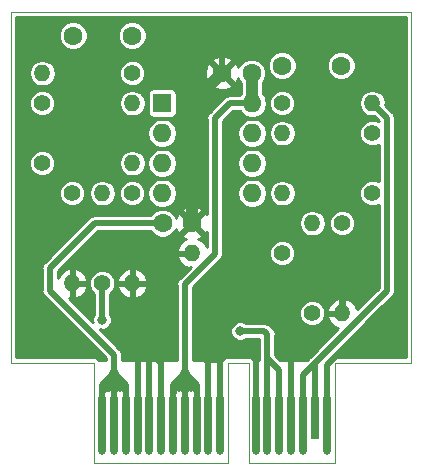
<source format=gbr>
%TF.GenerationSoftware,KiCad,Pcbnew,5.0.2-bee76a0~70~ubuntu16.04.1*%
%TF.CreationDate,2019-06-19T10:20:04+02:00*%
%TF.ProjectId,mixerin_output,6d697865-7269-46e5-9f6f-75747075742e,rev?*%
%TF.SameCoordinates,Original*%
%TF.FileFunction,Copper,L1,Top*%
%TF.FilePolarity,Positive*%
%FSLAX46Y46*%
G04 Gerber Fmt 4.6, Leading zero omitted, Abs format (unit mm)*
G04 Created by KiCad (PCBNEW 5.0.2-bee76a0~70~ubuntu16.04.1) date Mi 19 Jun 2019 10:20:04 CEST*
%MOMM*%
%LPD*%
G01*
G04 APERTURE LIST*
%ADD10C,0.100000*%
%ADD11R,1.600000X1.600000*%
%ADD12O,1.600000X1.600000*%
%ADD13C,0.650000*%
%ADD14R,0.650000X4.600000*%
%ADD15R,0.650000X3.600000*%
%ADD16C,1.400000*%
%ADD17O,1.400000X1.400000*%
%ADD18C,1.600000*%
%ADD19C,0.800000*%
%ADD20C,0.500000*%
%ADD21C,1.000000*%
%ADD22C,0.254000*%
G04 APERTURE END LIST*
D10*
X108915200Y-69850000D02*
X116230400Y-69850000D01*
X108915200Y-61350000D02*
X108915200Y-69850000D01*
X107137200Y-61350000D02*
X108915200Y-61350000D01*
X107137200Y-69850000D02*
X107137200Y-61350000D01*
X122682000Y-31623000D02*
X122682000Y-61350000D01*
X88773000Y-31623000D02*
X122682000Y-31623000D01*
X88773000Y-61350000D02*
X88773000Y-31623000D01*
X95808800Y-61350000D02*
X88773000Y-61350000D01*
X95808800Y-69850000D02*
X95808800Y-61350000D01*
X107111800Y-69850000D02*
X95808800Y-69850000D01*
X116230400Y-61350000D02*
X116230400Y-69850000D01*
X122682000Y-61350000D02*
X116230400Y-61350000D01*
D11*
X101600000Y-39370000D03*
D12*
X109220000Y-46990000D03*
X101600000Y-41910000D03*
X109220000Y-44450000D03*
X101600000Y-44450000D03*
X109220000Y-41910000D03*
X101600000Y-46990000D03*
X109220000Y-39370000D03*
D13*
X97520000Y-68840000D03*
X113520000Y-68840000D03*
X112520000Y-68840000D03*
X111520000Y-68840000D03*
X110520000Y-68840000D03*
X109520000Y-68840000D03*
X96520000Y-68840000D03*
X106520000Y-68840000D03*
X105520000Y-68840000D03*
X104520000Y-68840000D03*
X103520000Y-68840000D03*
X102520000Y-68840000D03*
X101520000Y-68840000D03*
X100520000Y-68840000D03*
X99520000Y-68840000D03*
X98520000Y-68840000D03*
D14*
X110520000Y-66540000D03*
X109520000Y-66540000D03*
X115520000Y-66540000D03*
D15*
X114520000Y-66040000D03*
D14*
X113520000Y-66540000D03*
X112520000Y-66540000D03*
X111520000Y-66540000D03*
X106520000Y-66540000D03*
X105520000Y-66540000D03*
X104520000Y-66540000D03*
X103520000Y-66540000D03*
X102520000Y-66540000D03*
X101520000Y-66540000D03*
X100520000Y-66540000D03*
X99520000Y-66540000D03*
X98520000Y-66540000D03*
X97520000Y-66540000D03*
X96520000Y-66540000D03*
D13*
X115520000Y-68840000D03*
D16*
X96520000Y-54610000D03*
D17*
X96520000Y-46990000D03*
X99060000Y-44450000D03*
D16*
X91440000Y-44450000D03*
D17*
X93980000Y-54610000D03*
D16*
X93980000Y-46990000D03*
X99060000Y-46990000D03*
D17*
X99060000Y-54610000D03*
D16*
X119380000Y-41910000D03*
D17*
X111760000Y-41910000D03*
D16*
X114300000Y-57150000D03*
D17*
X114300000Y-49530000D03*
X111760000Y-46990000D03*
D16*
X119380000Y-46990000D03*
D17*
X116840000Y-57150000D03*
D16*
X116840000Y-49530000D03*
X111760000Y-52070000D03*
D17*
X104140000Y-52070000D03*
D16*
X91440000Y-39370000D03*
D17*
X99060000Y-39370000D03*
D18*
X109180000Y-36830000D03*
X106680000Y-36830000D03*
X101640000Y-49530000D03*
X104140000Y-49530000D03*
X99060000Y-33655000D03*
X94060000Y-33655000D03*
X116760000Y-36195000D03*
X111760000Y-36195000D03*
D17*
X91440000Y-36830000D03*
D16*
X99060000Y-36830000D03*
X111760000Y-39370000D03*
D17*
X119380000Y-39370000D03*
D19*
X103505000Y-62230000D03*
X105410000Y-54610000D03*
X110490000Y-54610000D03*
X100838000Y-54610000D03*
X100520500Y-60960000D03*
X91440000Y-58928000D03*
X97790000Y-52070000D03*
X110520000Y-57404000D03*
X121530011Y-36830000D03*
X120650000Y-33020000D03*
X107950000Y-33020000D03*
X104140000Y-39370000D03*
X90170000Y-49530000D03*
X93980000Y-49530000D03*
X120121060Y-57117444D03*
X119660051Y-53340000D03*
X105520000Y-61104000D03*
X97520000Y-62230000D03*
X96520000Y-57724000D03*
X108204000Y-58674000D03*
D20*
X109220000Y-36870000D02*
X109180000Y-36830000D01*
D21*
X109220000Y-39370000D02*
X109220000Y-36870000D01*
D20*
X103505000Y-54703002D02*
X106045000Y-52163002D01*
X103505000Y-62230000D02*
X103505000Y-54703002D01*
X106045000Y-52163002D02*
X106045000Y-40640000D01*
X107315000Y-39370000D02*
X106045000Y-40640000D01*
X109220000Y-39370000D02*
X107315000Y-39370000D01*
X102520000Y-63215000D02*
X103505000Y-62230000D01*
X102520000Y-66540000D02*
X102520000Y-63215000D01*
X103520000Y-62245000D02*
X103505000Y-62230000D01*
X103520000Y-66540000D02*
X103520000Y-62245000D01*
X104520000Y-63245000D02*
X103505000Y-62230000D01*
X104520000Y-66540000D02*
X104520000Y-63245000D01*
X100520500Y-54927500D02*
X100838000Y-54610000D01*
X99520000Y-66540000D02*
X99520000Y-63294000D01*
X100520000Y-62294000D02*
X100520500Y-62293500D01*
X100520000Y-66540000D02*
X100520000Y-62294000D01*
X101520000Y-66540000D02*
X101520000Y-63293000D01*
X100520500Y-62293500D02*
X100520500Y-60960000D01*
X100520500Y-60960000D02*
X100520500Y-54927500D01*
D21*
X104140000Y-39370000D02*
X104140000Y-49530000D01*
X106680000Y-36830000D02*
X104140000Y-39370000D01*
D20*
X105410000Y-54610000D02*
X110490000Y-54610000D01*
X110520000Y-54640000D02*
X110490000Y-54610000D01*
X115520000Y-63550000D02*
X115520000Y-66540000D01*
X106680000Y-36830000D02*
X106680000Y-34290000D01*
X106680000Y-34290000D02*
X107950000Y-33020000D01*
X107950000Y-33020000D02*
X120650000Y-33020000D01*
X120650000Y-33020000D02*
X121530011Y-33900011D01*
X121530011Y-33900011D02*
X121530011Y-36830000D01*
X90170000Y-49530000D02*
X93980000Y-49530000D01*
X105520000Y-66540000D02*
X105520000Y-62882000D01*
X121530011Y-37395685D02*
X121530011Y-36830000D01*
X121530011Y-55496373D02*
X121530011Y-37395685D01*
X115520000Y-66540000D02*
X115520000Y-61506384D01*
X120015000Y-57011384D02*
X120121060Y-57117444D01*
X115520000Y-61506384D02*
X120015000Y-57011384D01*
X120015000Y-57011384D02*
X121530011Y-55496373D01*
X116840000Y-56160051D02*
X119660051Y-53340000D01*
X116840000Y-57150000D02*
X116840000Y-56160051D01*
X99520000Y-63294000D02*
X99520000Y-61008000D01*
X99568000Y-60960000D02*
X100520500Y-60960000D01*
X99520000Y-61008000D02*
X99568000Y-60960000D01*
X101520000Y-63293000D02*
X101520000Y-61388000D01*
X101092000Y-60960000D02*
X100520500Y-60960000D01*
X101520000Y-61388000D02*
X101092000Y-60960000D01*
X105520000Y-62882000D02*
X105520000Y-61012315D01*
X111760000Y-57404000D02*
X110520000Y-57404000D01*
X112520000Y-58164000D02*
X111760000Y-57404000D01*
X112520000Y-66540000D02*
X112520000Y-58164000D01*
X110490000Y-57374000D02*
X110520000Y-57404000D01*
X110490000Y-54610000D02*
X110490000Y-57374000D01*
X106520000Y-61308000D02*
X106316000Y-61104000D01*
X106316000Y-61104000D02*
X105520000Y-61104000D01*
X106520000Y-66540000D02*
X106520000Y-61308000D01*
X105520000Y-54720000D02*
X105410000Y-54610000D01*
X108595342Y-59690000D02*
X105520000Y-59690000D01*
X109515210Y-60609868D02*
X108595342Y-59690000D01*
X109520000Y-65578000D02*
X109515210Y-65573210D01*
X109520000Y-66540000D02*
X109520000Y-65578000D01*
X105520000Y-61104000D02*
X105520000Y-59690000D01*
X109515210Y-65573210D02*
X109515210Y-60609868D01*
X105520000Y-59690000D02*
X105520000Y-54720000D01*
X96520000Y-63230000D02*
X97520000Y-62230000D01*
X96520000Y-66540000D02*
X96520000Y-63230000D01*
X98520000Y-63230000D02*
X97520000Y-62230000D01*
X98520000Y-66540000D02*
X98520000Y-63230000D01*
X97520000Y-66540000D02*
X97520000Y-62230000D01*
X97520000Y-60690000D02*
X97520000Y-62230000D01*
X101640000Y-49530000D02*
X95885000Y-49530000D01*
X92075000Y-53340000D02*
X92075000Y-55245000D01*
X92075000Y-55245000D02*
X97520000Y-60690000D01*
X95885000Y-49530000D02*
X92075000Y-53340000D01*
D21*
X119410000Y-46960000D02*
X119380000Y-46990000D01*
D20*
X96520000Y-54610000D02*
X96520000Y-57724000D01*
X110520000Y-60990000D02*
X110520000Y-66540000D01*
X111520000Y-66540000D02*
X111520000Y-61990000D01*
X111520000Y-61990000D02*
X110520000Y-60990000D01*
X108204000Y-58674000D02*
X110236000Y-58674000D01*
X110520000Y-58958000D02*
X110520000Y-60990000D01*
X110236000Y-58674000D02*
X110520000Y-58958000D01*
X113520000Y-66540000D02*
X113520000Y-63740000D01*
X120630001Y-40620001D02*
X120630001Y-55264999D01*
X119380000Y-39370000D02*
X120630001Y-40620001D01*
X113520000Y-62375000D02*
X113520000Y-63740000D01*
X114520000Y-66040000D02*
X114520000Y-61375000D01*
X114935000Y-60960000D02*
X113520000Y-62375000D01*
X114520000Y-61375000D02*
X114935000Y-60960000D01*
X120630001Y-55264999D02*
X114935000Y-60960000D01*
D22*
G36*
X122205001Y-60873000D02*
X116277375Y-60873000D01*
X116230400Y-60863656D01*
X116183425Y-60873000D01*
X116044284Y-60900677D01*
X115886503Y-61006103D01*
X115832449Y-61087000D01*
X115765421Y-61087000D01*
X121061564Y-55790859D01*
X121118091Y-55753089D01*
X121169225Y-55676562D01*
X121267721Y-55529152D01*
X121320264Y-55264999D01*
X121307001Y-55198321D01*
X121307001Y-40686677D01*
X121320264Y-40620000D01*
X121301528Y-40525808D01*
X121267721Y-40355849D01*
X121118090Y-40131911D01*
X121061566Y-40094143D01*
X120497281Y-39529859D01*
X120529079Y-39370000D01*
X120441611Y-38930267D01*
X120192522Y-38557478D01*
X119819733Y-38308389D01*
X119490999Y-38243000D01*
X119269001Y-38243000D01*
X118940267Y-38308389D01*
X118567478Y-38557478D01*
X118318389Y-38930267D01*
X118230921Y-39370000D01*
X118318389Y-39809733D01*
X118567478Y-40182522D01*
X118940267Y-40431611D01*
X119269001Y-40497000D01*
X119490999Y-40497000D01*
X119539859Y-40487281D01*
X119953001Y-40900424D01*
X119953001Y-40927489D01*
X119604174Y-40783000D01*
X119155826Y-40783000D01*
X118741606Y-40954576D01*
X118424576Y-41271606D01*
X118253000Y-41685826D01*
X118253000Y-42134174D01*
X118424576Y-42548394D01*
X118741606Y-42865424D01*
X119155826Y-43037000D01*
X119604174Y-43037000D01*
X119953001Y-42892511D01*
X119953001Y-46007489D01*
X119604174Y-45863000D01*
X119155826Y-45863000D01*
X118741606Y-46034576D01*
X118424576Y-46351606D01*
X118253000Y-46765826D01*
X118253000Y-47214174D01*
X118424576Y-47628394D01*
X118741606Y-47945424D01*
X119155826Y-48117000D01*
X119604174Y-48117000D01*
X119953002Y-47972511D01*
X119953002Y-54984575D01*
X118128886Y-56808692D01*
X117906764Y-56347337D01*
X117518396Y-56000203D01*
X117173329Y-55857284D01*
X116967000Y-55980626D01*
X116967000Y-57023000D01*
X116987000Y-57023000D01*
X116987000Y-57277000D01*
X116967000Y-57277000D01*
X116967000Y-57297000D01*
X116713000Y-57297000D01*
X116713000Y-57277000D01*
X115669794Y-57277000D01*
X115547273Y-57483331D01*
X115773236Y-57952663D01*
X116161604Y-58299797D01*
X116498321Y-58439258D01*
X114503441Y-60434138D01*
X114503438Y-60434140D01*
X114088439Y-60849139D01*
X114031911Y-60886910D01*
X113994140Y-60943438D01*
X113850578Y-61087000D01*
X111574422Y-61087000D01*
X111197000Y-60709579D01*
X111197000Y-59024678D01*
X111210263Y-58958000D01*
X111157720Y-58693847D01*
X111045860Y-58526438D01*
X111008089Y-58469910D01*
X110951561Y-58432140D01*
X110761863Y-58242442D01*
X110724090Y-58185910D01*
X110500152Y-58036280D01*
X110302678Y-57997000D01*
X110302676Y-57997000D01*
X110236000Y-57983737D01*
X110169324Y-57997000D01*
X108696555Y-57997000D01*
X108672458Y-57972903D01*
X108368501Y-57847000D01*
X108039499Y-57847000D01*
X107735542Y-57972903D01*
X107502903Y-58205542D01*
X107377000Y-58509499D01*
X107377000Y-58838501D01*
X107502903Y-59142458D01*
X107735542Y-59375097D01*
X108039499Y-59501000D01*
X108368501Y-59501000D01*
X108672458Y-59375097D01*
X108696555Y-59351000D01*
X109843000Y-59351000D01*
X109843001Y-60923319D01*
X109829737Y-60990000D01*
X109843000Y-61056677D01*
X109843000Y-61087000D01*
X109313151Y-61087000D01*
X109259097Y-61006103D01*
X109101316Y-60900677D01*
X108962175Y-60873000D01*
X108915200Y-60863656D01*
X108868225Y-60873000D01*
X107184175Y-60873000D01*
X107137200Y-60863656D01*
X107090225Y-60873000D01*
X106951084Y-60900677D01*
X106793303Y-61006103D01*
X106739249Y-61087000D01*
X104182000Y-61087000D01*
X104182000Y-56925826D01*
X113173000Y-56925826D01*
X113173000Y-57374174D01*
X113344576Y-57788394D01*
X113661606Y-58105424D01*
X114075826Y-58277000D01*
X114524174Y-58277000D01*
X114938394Y-58105424D01*
X115255424Y-57788394D01*
X115427000Y-57374174D01*
X115427000Y-56925826D01*
X115381786Y-56816669D01*
X115547273Y-56816669D01*
X115669794Y-57023000D01*
X116713000Y-57023000D01*
X116713000Y-55980626D01*
X116506671Y-55857284D01*
X116161604Y-56000203D01*
X115773236Y-56347337D01*
X115547273Y-56816669D01*
X115381786Y-56816669D01*
X115255424Y-56511606D01*
X114938394Y-56194576D01*
X114524174Y-56023000D01*
X114075826Y-56023000D01*
X113661606Y-56194576D01*
X113344576Y-56511606D01*
X113173000Y-56925826D01*
X104182000Y-56925826D01*
X104182000Y-54983423D01*
X106476565Y-52688860D01*
X106533089Y-52651092D01*
X106682720Y-52427154D01*
X106722000Y-52229680D01*
X106722000Y-52229679D01*
X106735263Y-52163003D01*
X106722000Y-52096326D01*
X106722000Y-51845826D01*
X110633000Y-51845826D01*
X110633000Y-52294174D01*
X110804576Y-52708394D01*
X111121606Y-53025424D01*
X111535826Y-53197000D01*
X111984174Y-53197000D01*
X112398394Y-53025424D01*
X112715424Y-52708394D01*
X112887000Y-52294174D01*
X112887000Y-51845826D01*
X112715424Y-51431606D01*
X112398394Y-51114576D01*
X111984174Y-50943000D01*
X111535826Y-50943000D01*
X111121606Y-51114576D01*
X110804576Y-51431606D01*
X110633000Y-51845826D01*
X106722000Y-51845826D01*
X106722000Y-49530000D01*
X113150921Y-49530000D01*
X113238389Y-49969733D01*
X113487478Y-50342522D01*
X113860267Y-50591611D01*
X114189001Y-50657000D01*
X114410999Y-50657000D01*
X114739733Y-50591611D01*
X115112522Y-50342522D01*
X115361611Y-49969733D01*
X115449079Y-49530000D01*
X115404489Y-49305826D01*
X115713000Y-49305826D01*
X115713000Y-49754174D01*
X115884576Y-50168394D01*
X116201606Y-50485424D01*
X116615826Y-50657000D01*
X117064174Y-50657000D01*
X117478394Y-50485424D01*
X117795424Y-50168394D01*
X117967000Y-49754174D01*
X117967000Y-49305826D01*
X117795424Y-48891606D01*
X117478394Y-48574576D01*
X117064174Y-48403000D01*
X116615826Y-48403000D01*
X116201606Y-48574576D01*
X115884576Y-48891606D01*
X115713000Y-49305826D01*
X115404489Y-49305826D01*
X115361611Y-49090267D01*
X115112522Y-48717478D01*
X114739733Y-48468389D01*
X114410999Y-48403000D01*
X114189001Y-48403000D01*
X113860267Y-48468389D01*
X113487478Y-48717478D01*
X113238389Y-49090267D01*
X113150921Y-49530000D01*
X106722000Y-49530000D01*
X106722000Y-46990000D01*
X107968962Y-46990000D01*
X108064192Y-47468752D01*
X108335383Y-47874617D01*
X108741248Y-48145808D01*
X109099153Y-48217000D01*
X109340847Y-48217000D01*
X109698752Y-48145808D01*
X110104617Y-47874617D01*
X110375808Y-47468752D01*
X110471038Y-46990000D01*
X110610921Y-46990000D01*
X110698389Y-47429733D01*
X110947478Y-47802522D01*
X111320267Y-48051611D01*
X111649001Y-48117000D01*
X111870999Y-48117000D01*
X112199733Y-48051611D01*
X112572522Y-47802522D01*
X112821611Y-47429733D01*
X112909079Y-46990000D01*
X112821611Y-46550267D01*
X112572522Y-46177478D01*
X112199733Y-45928389D01*
X111870999Y-45863000D01*
X111649001Y-45863000D01*
X111320267Y-45928389D01*
X110947478Y-46177478D01*
X110698389Y-46550267D01*
X110610921Y-46990000D01*
X110471038Y-46990000D01*
X110375808Y-46511248D01*
X110104617Y-46105383D01*
X109698752Y-45834192D01*
X109340847Y-45763000D01*
X109099153Y-45763000D01*
X108741248Y-45834192D01*
X108335383Y-46105383D01*
X108064192Y-46511248D01*
X107968962Y-46990000D01*
X106722000Y-46990000D01*
X106722000Y-44450000D01*
X107968962Y-44450000D01*
X108064192Y-44928752D01*
X108335383Y-45334617D01*
X108741248Y-45605808D01*
X109099153Y-45677000D01*
X109340847Y-45677000D01*
X109698752Y-45605808D01*
X110104617Y-45334617D01*
X110375808Y-44928752D01*
X110471038Y-44450000D01*
X110375808Y-43971248D01*
X110104617Y-43565383D01*
X109698752Y-43294192D01*
X109340847Y-43223000D01*
X109099153Y-43223000D01*
X108741248Y-43294192D01*
X108335383Y-43565383D01*
X108064192Y-43971248D01*
X107968962Y-44450000D01*
X106722000Y-44450000D01*
X106722000Y-41910000D01*
X107968962Y-41910000D01*
X108064192Y-42388752D01*
X108335383Y-42794617D01*
X108741248Y-43065808D01*
X109099153Y-43137000D01*
X109340847Y-43137000D01*
X109698752Y-43065808D01*
X110104617Y-42794617D01*
X110375808Y-42388752D01*
X110471038Y-41910000D01*
X110610921Y-41910000D01*
X110698389Y-42349733D01*
X110947478Y-42722522D01*
X111320267Y-42971611D01*
X111649001Y-43037000D01*
X111870999Y-43037000D01*
X112199733Y-42971611D01*
X112572522Y-42722522D01*
X112821611Y-42349733D01*
X112909079Y-41910000D01*
X112821611Y-41470267D01*
X112572522Y-41097478D01*
X112199733Y-40848389D01*
X111870999Y-40783000D01*
X111649001Y-40783000D01*
X111320267Y-40848389D01*
X110947478Y-41097478D01*
X110698389Y-41470267D01*
X110610921Y-41910000D01*
X110471038Y-41910000D01*
X110375808Y-41431248D01*
X110104617Y-41025383D01*
X109698752Y-40754192D01*
X109340847Y-40683000D01*
X109099153Y-40683000D01*
X108741248Y-40754192D01*
X108335383Y-41025383D01*
X108064192Y-41431248D01*
X107968962Y-41910000D01*
X106722000Y-41910000D01*
X106722000Y-40920421D01*
X107595422Y-40047000D01*
X108196657Y-40047000D01*
X108335383Y-40254617D01*
X108741248Y-40525808D01*
X109099153Y-40597000D01*
X109340847Y-40597000D01*
X109698752Y-40525808D01*
X110104617Y-40254617D01*
X110375808Y-39848752D01*
X110471038Y-39370000D01*
X110426447Y-39145826D01*
X110633000Y-39145826D01*
X110633000Y-39594174D01*
X110804576Y-40008394D01*
X111121606Y-40325424D01*
X111535826Y-40497000D01*
X111984174Y-40497000D01*
X112398394Y-40325424D01*
X112715424Y-40008394D01*
X112887000Y-39594174D01*
X112887000Y-39145826D01*
X112715424Y-38731606D01*
X112398394Y-38414576D01*
X111984174Y-38243000D01*
X111535826Y-38243000D01*
X111121606Y-38414576D01*
X110804576Y-38731606D01*
X110633000Y-39145826D01*
X110426447Y-39145826D01*
X110375808Y-38891248D01*
X110147000Y-38548813D01*
X110147000Y-37598239D01*
X110220200Y-37525039D01*
X110407000Y-37074065D01*
X110407000Y-36585935D01*
X110220200Y-36134961D01*
X110036174Y-35950935D01*
X110533000Y-35950935D01*
X110533000Y-36439065D01*
X110719800Y-36890039D01*
X111064961Y-37235200D01*
X111515935Y-37422000D01*
X112004065Y-37422000D01*
X112455039Y-37235200D01*
X112800200Y-36890039D01*
X112987000Y-36439065D01*
X112987000Y-35950935D01*
X115533000Y-35950935D01*
X115533000Y-36439065D01*
X115719800Y-36890039D01*
X116064961Y-37235200D01*
X116515935Y-37422000D01*
X117004065Y-37422000D01*
X117455039Y-37235200D01*
X117800200Y-36890039D01*
X117987000Y-36439065D01*
X117987000Y-35950935D01*
X117800200Y-35499961D01*
X117455039Y-35154800D01*
X117004065Y-34968000D01*
X116515935Y-34968000D01*
X116064961Y-35154800D01*
X115719800Y-35499961D01*
X115533000Y-35950935D01*
X112987000Y-35950935D01*
X112800200Y-35499961D01*
X112455039Y-35154800D01*
X112004065Y-34968000D01*
X111515935Y-34968000D01*
X111064961Y-35154800D01*
X110719800Y-35499961D01*
X110533000Y-35950935D01*
X110036174Y-35950935D01*
X109875039Y-35789800D01*
X109424065Y-35603000D01*
X108935935Y-35603000D01*
X108484961Y-35789800D01*
X108139800Y-36134961D01*
X108049044Y-36354064D01*
X107933864Y-36075995D01*
X107687745Y-36001861D01*
X106859605Y-36830000D01*
X107687745Y-37658139D01*
X107933864Y-37584005D01*
X108040889Y-37286248D01*
X108139800Y-37525039D01*
X108293001Y-37678240D01*
X108293000Y-38548813D01*
X108196657Y-38693000D01*
X107381676Y-38693000D01*
X107314999Y-38679737D01*
X107248323Y-38693000D01*
X107248322Y-38693000D01*
X107050848Y-38732280D01*
X106826910Y-38881910D01*
X106789138Y-38938440D01*
X105613441Y-40114138D01*
X105556911Y-40151910D01*
X105488285Y-40254617D01*
X105407281Y-40375848D01*
X105354737Y-40640000D01*
X105368001Y-40706681D01*
X105368000Y-48768205D01*
X105147745Y-48701861D01*
X104319605Y-49530000D01*
X105147745Y-50358139D01*
X105368000Y-50291795D01*
X105368000Y-51580419D01*
X105289797Y-51391604D01*
X104942663Y-51003236D01*
X104675236Y-50874481D01*
X104894005Y-50783864D01*
X104968139Y-50537745D01*
X104140000Y-49709605D01*
X103311861Y-50537745D01*
X103385995Y-50783864D01*
X103619015Y-50867620D01*
X103337337Y-51003236D01*
X102990203Y-51391604D01*
X102847284Y-51736671D01*
X102970626Y-51943000D01*
X104013000Y-51943000D01*
X104013000Y-51923000D01*
X104267000Y-51923000D01*
X104267000Y-51943000D01*
X104287000Y-51943000D01*
X104287000Y-52197000D01*
X104267000Y-52197000D01*
X104267000Y-52217000D01*
X104013000Y-52217000D01*
X104013000Y-52197000D01*
X102970626Y-52197000D01*
X102847284Y-52403329D01*
X102990203Y-52748396D01*
X103337337Y-53136764D01*
X103806669Y-53362727D01*
X104006536Y-53244045D01*
X103073441Y-54177140D01*
X103016911Y-54214912D01*
X102867281Y-54438850D01*
X102814737Y-54703002D01*
X102828001Y-54769683D01*
X102828000Y-61087000D01*
X98197000Y-61087000D01*
X98197000Y-60756676D01*
X98210263Y-60690000D01*
X98178126Y-60528438D01*
X98157720Y-60425848D01*
X98008089Y-60201910D01*
X97951562Y-60164140D01*
X96326346Y-58538925D01*
X96355499Y-58551000D01*
X96684501Y-58551000D01*
X96988458Y-58425097D01*
X97221097Y-58192458D01*
X97347000Y-57888501D01*
X97347000Y-57559499D01*
X97221097Y-57255542D01*
X97197000Y-57231445D01*
X97197000Y-55526818D01*
X97475424Y-55248394D01*
X97601785Y-54943331D01*
X97767273Y-54943331D01*
X97993236Y-55412663D01*
X98381604Y-55759797D01*
X98726671Y-55902716D01*
X98933000Y-55779374D01*
X98933000Y-54737000D01*
X99187000Y-54737000D01*
X99187000Y-55779374D01*
X99393329Y-55902716D01*
X99738396Y-55759797D01*
X100126764Y-55412663D01*
X100352727Y-54943331D01*
X100230206Y-54737000D01*
X99187000Y-54737000D01*
X98933000Y-54737000D01*
X97889794Y-54737000D01*
X97767273Y-54943331D01*
X97601785Y-54943331D01*
X97647000Y-54834174D01*
X97647000Y-54385826D01*
X97601786Y-54276669D01*
X97767273Y-54276669D01*
X97889794Y-54483000D01*
X98933000Y-54483000D01*
X98933000Y-53440626D01*
X99187000Y-53440626D01*
X99187000Y-54483000D01*
X100230206Y-54483000D01*
X100352727Y-54276669D01*
X100126764Y-53807337D01*
X99738396Y-53460203D01*
X99393329Y-53317284D01*
X99187000Y-53440626D01*
X98933000Y-53440626D01*
X98726671Y-53317284D01*
X98381604Y-53460203D01*
X97993236Y-53807337D01*
X97767273Y-54276669D01*
X97601786Y-54276669D01*
X97475424Y-53971606D01*
X97158394Y-53654576D01*
X96744174Y-53483000D01*
X96295826Y-53483000D01*
X95881606Y-53654576D01*
X95564576Y-53971606D01*
X95393000Y-54385826D01*
X95393000Y-54834174D01*
X95564576Y-55248394D01*
X95843000Y-55526818D01*
X95843001Y-57231444D01*
X95818903Y-57255542D01*
X95693000Y-57559499D01*
X95693000Y-57888501D01*
X95705076Y-57917654D01*
X93673875Y-55886454D01*
X93853000Y-55779374D01*
X93853000Y-54737000D01*
X94107000Y-54737000D01*
X94107000Y-55779374D01*
X94313329Y-55902716D01*
X94658396Y-55759797D01*
X95046764Y-55412663D01*
X95272727Y-54943331D01*
X95150206Y-54737000D01*
X94107000Y-54737000D01*
X93853000Y-54737000D01*
X93833000Y-54737000D01*
X93833000Y-54483000D01*
X93853000Y-54483000D01*
X93853000Y-53440626D01*
X94107000Y-53440626D01*
X94107000Y-54483000D01*
X95150206Y-54483000D01*
X95272727Y-54276669D01*
X95046764Y-53807337D01*
X94658396Y-53460203D01*
X94313329Y-53317284D01*
X94107000Y-53440626D01*
X93853000Y-53440626D01*
X93646671Y-53317284D01*
X93301604Y-53460203D01*
X92913236Y-53807337D01*
X92752000Y-54142229D01*
X92752000Y-53620421D01*
X96165422Y-50207000D01*
X100592328Y-50207000D01*
X100599800Y-50225039D01*
X100944961Y-50570200D01*
X101395935Y-50757000D01*
X101884065Y-50757000D01*
X102335039Y-50570200D01*
X102680200Y-50225039D01*
X102770956Y-50005936D01*
X102886136Y-50284005D01*
X103132255Y-50358139D01*
X103960395Y-49530000D01*
X103132255Y-48701861D01*
X102886136Y-48775995D01*
X102779111Y-49073752D01*
X102680200Y-48834961D01*
X102367494Y-48522255D01*
X103311861Y-48522255D01*
X104140000Y-49350395D01*
X104968139Y-48522255D01*
X104894005Y-48276136D01*
X104356777Y-48083035D01*
X103786546Y-48110222D01*
X103385995Y-48276136D01*
X103311861Y-48522255D01*
X102367494Y-48522255D01*
X102335039Y-48489800D01*
X101884065Y-48303000D01*
X101395935Y-48303000D01*
X100944961Y-48489800D01*
X100599800Y-48834961D01*
X100592328Y-48853000D01*
X95951678Y-48853000D01*
X95885000Y-48839737D01*
X95620847Y-48892280D01*
X95553204Y-48937478D01*
X95396910Y-49041910D01*
X95359138Y-49098440D01*
X91643441Y-52814138D01*
X91586910Y-52851911D01*
X91437280Y-53075849D01*
X91398000Y-53273322D01*
X91384737Y-53340000D01*
X91398000Y-53406677D01*
X91398001Y-55178319D01*
X91384737Y-55245000D01*
X91418088Y-55412663D01*
X91437281Y-55509152D01*
X91586911Y-55733090D01*
X91643441Y-55770862D01*
X96843000Y-60970422D01*
X96843000Y-61087000D01*
X96206751Y-61087000D01*
X96152697Y-61006103D01*
X95994916Y-60900677D01*
X95855775Y-60873000D01*
X95808800Y-60863656D01*
X95761825Y-60873000D01*
X89250000Y-60873000D01*
X89250000Y-46765826D01*
X92853000Y-46765826D01*
X92853000Y-47214174D01*
X93024576Y-47628394D01*
X93341606Y-47945424D01*
X93755826Y-48117000D01*
X94204174Y-48117000D01*
X94618394Y-47945424D01*
X94935424Y-47628394D01*
X95107000Y-47214174D01*
X95107000Y-46990000D01*
X95370921Y-46990000D01*
X95458389Y-47429733D01*
X95707478Y-47802522D01*
X96080267Y-48051611D01*
X96409001Y-48117000D01*
X96630999Y-48117000D01*
X96959733Y-48051611D01*
X97332522Y-47802522D01*
X97581611Y-47429733D01*
X97669079Y-46990000D01*
X97624489Y-46765826D01*
X97933000Y-46765826D01*
X97933000Y-47214174D01*
X98104576Y-47628394D01*
X98421606Y-47945424D01*
X98835826Y-48117000D01*
X99284174Y-48117000D01*
X99698394Y-47945424D01*
X100015424Y-47628394D01*
X100187000Y-47214174D01*
X100187000Y-46990000D01*
X100348962Y-46990000D01*
X100444192Y-47468752D01*
X100715383Y-47874617D01*
X101121248Y-48145808D01*
X101479153Y-48217000D01*
X101720847Y-48217000D01*
X102078752Y-48145808D01*
X102484617Y-47874617D01*
X102755808Y-47468752D01*
X102851038Y-46990000D01*
X102755808Y-46511248D01*
X102484617Y-46105383D01*
X102078752Y-45834192D01*
X101720847Y-45763000D01*
X101479153Y-45763000D01*
X101121248Y-45834192D01*
X100715383Y-46105383D01*
X100444192Y-46511248D01*
X100348962Y-46990000D01*
X100187000Y-46990000D01*
X100187000Y-46765826D01*
X100015424Y-46351606D01*
X99698394Y-46034576D01*
X99284174Y-45863000D01*
X98835826Y-45863000D01*
X98421606Y-46034576D01*
X98104576Y-46351606D01*
X97933000Y-46765826D01*
X97624489Y-46765826D01*
X97581611Y-46550267D01*
X97332522Y-46177478D01*
X96959733Y-45928389D01*
X96630999Y-45863000D01*
X96409001Y-45863000D01*
X96080267Y-45928389D01*
X95707478Y-46177478D01*
X95458389Y-46550267D01*
X95370921Y-46990000D01*
X95107000Y-46990000D01*
X95107000Y-46765826D01*
X94935424Y-46351606D01*
X94618394Y-46034576D01*
X94204174Y-45863000D01*
X93755826Y-45863000D01*
X93341606Y-46034576D01*
X93024576Y-46351606D01*
X92853000Y-46765826D01*
X89250000Y-46765826D01*
X89250000Y-44225826D01*
X90313000Y-44225826D01*
X90313000Y-44674174D01*
X90484576Y-45088394D01*
X90801606Y-45405424D01*
X91215826Y-45577000D01*
X91664174Y-45577000D01*
X92078394Y-45405424D01*
X92395424Y-45088394D01*
X92567000Y-44674174D01*
X92567000Y-44450000D01*
X97910921Y-44450000D01*
X97998389Y-44889733D01*
X98247478Y-45262522D01*
X98620267Y-45511611D01*
X98949001Y-45577000D01*
X99170999Y-45577000D01*
X99499733Y-45511611D01*
X99872522Y-45262522D01*
X100121611Y-44889733D01*
X100209079Y-44450000D01*
X100348962Y-44450000D01*
X100444192Y-44928752D01*
X100715383Y-45334617D01*
X101121248Y-45605808D01*
X101479153Y-45677000D01*
X101720847Y-45677000D01*
X102078752Y-45605808D01*
X102484617Y-45334617D01*
X102755808Y-44928752D01*
X102851038Y-44450000D01*
X102755808Y-43971248D01*
X102484617Y-43565383D01*
X102078752Y-43294192D01*
X101720847Y-43223000D01*
X101479153Y-43223000D01*
X101121248Y-43294192D01*
X100715383Y-43565383D01*
X100444192Y-43971248D01*
X100348962Y-44450000D01*
X100209079Y-44450000D01*
X100121611Y-44010267D01*
X99872522Y-43637478D01*
X99499733Y-43388389D01*
X99170999Y-43323000D01*
X98949001Y-43323000D01*
X98620267Y-43388389D01*
X98247478Y-43637478D01*
X97998389Y-44010267D01*
X97910921Y-44450000D01*
X92567000Y-44450000D01*
X92567000Y-44225826D01*
X92395424Y-43811606D01*
X92078394Y-43494576D01*
X91664174Y-43323000D01*
X91215826Y-43323000D01*
X90801606Y-43494576D01*
X90484576Y-43811606D01*
X90313000Y-44225826D01*
X89250000Y-44225826D01*
X89250000Y-41910000D01*
X100348962Y-41910000D01*
X100444192Y-42388752D01*
X100715383Y-42794617D01*
X101121248Y-43065808D01*
X101479153Y-43137000D01*
X101720847Y-43137000D01*
X102078752Y-43065808D01*
X102484617Y-42794617D01*
X102755808Y-42388752D01*
X102851038Y-41910000D01*
X102755808Y-41431248D01*
X102484617Y-41025383D01*
X102078752Y-40754192D01*
X101720847Y-40683000D01*
X101479153Y-40683000D01*
X101121248Y-40754192D01*
X100715383Y-41025383D01*
X100444192Y-41431248D01*
X100348962Y-41910000D01*
X89250000Y-41910000D01*
X89250000Y-39145826D01*
X90313000Y-39145826D01*
X90313000Y-39594174D01*
X90484576Y-40008394D01*
X90801606Y-40325424D01*
X91215826Y-40497000D01*
X91664174Y-40497000D01*
X92078394Y-40325424D01*
X92395424Y-40008394D01*
X92567000Y-39594174D01*
X92567000Y-39370000D01*
X97910921Y-39370000D01*
X97998389Y-39809733D01*
X98247478Y-40182522D01*
X98620267Y-40431611D01*
X98949001Y-40497000D01*
X99170999Y-40497000D01*
X99499733Y-40431611D01*
X99872522Y-40182522D01*
X100121611Y-39809733D01*
X100209079Y-39370000D01*
X100121611Y-38930267D01*
X99880889Y-38570000D01*
X100364635Y-38570000D01*
X100364635Y-40170000D01*
X100397775Y-40336607D01*
X100492150Y-40477850D01*
X100633393Y-40572225D01*
X100800000Y-40605365D01*
X102400000Y-40605365D01*
X102566607Y-40572225D01*
X102707850Y-40477850D01*
X102802225Y-40336607D01*
X102835365Y-40170000D01*
X102835365Y-38570000D01*
X102802225Y-38403393D01*
X102707850Y-38262150D01*
X102566607Y-38167775D01*
X102400000Y-38134635D01*
X100800000Y-38134635D01*
X100633393Y-38167775D01*
X100492150Y-38262150D01*
X100397775Y-38403393D01*
X100364635Y-38570000D01*
X99880889Y-38570000D01*
X99872522Y-38557478D01*
X99499733Y-38308389D01*
X99170999Y-38243000D01*
X98949001Y-38243000D01*
X98620267Y-38308389D01*
X98247478Y-38557478D01*
X97998389Y-38930267D01*
X97910921Y-39370000D01*
X92567000Y-39370000D01*
X92567000Y-39145826D01*
X92395424Y-38731606D01*
X92078394Y-38414576D01*
X91664174Y-38243000D01*
X91215826Y-38243000D01*
X90801606Y-38414576D01*
X90484576Y-38731606D01*
X90313000Y-39145826D01*
X89250000Y-39145826D01*
X89250000Y-36830000D01*
X90290921Y-36830000D01*
X90378389Y-37269733D01*
X90627478Y-37642522D01*
X91000267Y-37891611D01*
X91329001Y-37957000D01*
X91550999Y-37957000D01*
X91879733Y-37891611D01*
X92252522Y-37642522D01*
X92501611Y-37269733D01*
X92589079Y-36830000D01*
X92544489Y-36605826D01*
X97933000Y-36605826D01*
X97933000Y-37054174D01*
X98104576Y-37468394D01*
X98421606Y-37785424D01*
X98835826Y-37957000D01*
X99284174Y-37957000D01*
X99572080Y-37837745D01*
X105851861Y-37837745D01*
X105925995Y-38083864D01*
X106463223Y-38276965D01*
X107033454Y-38249778D01*
X107434005Y-38083864D01*
X107508139Y-37837745D01*
X106680000Y-37009605D01*
X105851861Y-37837745D01*
X99572080Y-37837745D01*
X99698394Y-37785424D01*
X100015424Y-37468394D01*
X100187000Y-37054174D01*
X100187000Y-36613223D01*
X105233035Y-36613223D01*
X105260222Y-37183454D01*
X105426136Y-37584005D01*
X105672255Y-37658139D01*
X106500395Y-36830000D01*
X105672255Y-36001861D01*
X105426136Y-36075995D01*
X105233035Y-36613223D01*
X100187000Y-36613223D01*
X100187000Y-36605826D01*
X100015424Y-36191606D01*
X99698394Y-35874576D01*
X99572081Y-35822255D01*
X105851861Y-35822255D01*
X106680000Y-36650395D01*
X107508139Y-35822255D01*
X107434005Y-35576136D01*
X106896777Y-35383035D01*
X106326546Y-35410222D01*
X105925995Y-35576136D01*
X105851861Y-35822255D01*
X99572081Y-35822255D01*
X99284174Y-35703000D01*
X98835826Y-35703000D01*
X98421606Y-35874576D01*
X98104576Y-36191606D01*
X97933000Y-36605826D01*
X92544489Y-36605826D01*
X92501611Y-36390267D01*
X92252522Y-36017478D01*
X91879733Y-35768389D01*
X91550999Y-35703000D01*
X91329001Y-35703000D01*
X91000267Y-35768389D01*
X90627478Y-36017478D01*
X90378389Y-36390267D01*
X90290921Y-36830000D01*
X89250000Y-36830000D01*
X89250000Y-33410935D01*
X92833000Y-33410935D01*
X92833000Y-33899065D01*
X93019800Y-34350039D01*
X93364961Y-34695200D01*
X93815935Y-34882000D01*
X94304065Y-34882000D01*
X94755039Y-34695200D01*
X95100200Y-34350039D01*
X95287000Y-33899065D01*
X95287000Y-33410935D01*
X97833000Y-33410935D01*
X97833000Y-33899065D01*
X98019800Y-34350039D01*
X98364961Y-34695200D01*
X98815935Y-34882000D01*
X99304065Y-34882000D01*
X99755039Y-34695200D01*
X100100200Y-34350039D01*
X100287000Y-33899065D01*
X100287000Y-33410935D01*
X100100200Y-32959961D01*
X99755039Y-32614800D01*
X99304065Y-32428000D01*
X98815935Y-32428000D01*
X98364961Y-32614800D01*
X98019800Y-32959961D01*
X97833000Y-33410935D01*
X95287000Y-33410935D01*
X95100200Y-32959961D01*
X94755039Y-32614800D01*
X94304065Y-32428000D01*
X93815935Y-32428000D01*
X93364961Y-32614800D01*
X93019800Y-32959961D01*
X92833000Y-33410935D01*
X89250000Y-33410935D01*
X89250000Y-32100000D01*
X122205000Y-32100000D01*
X122205001Y-60873000D01*
X122205001Y-60873000D01*
G37*
X122205001Y-60873000D02*
X116277375Y-60873000D01*
X116230400Y-60863656D01*
X116183425Y-60873000D01*
X116044284Y-60900677D01*
X115886503Y-61006103D01*
X115832449Y-61087000D01*
X115765421Y-61087000D01*
X121061564Y-55790859D01*
X121118091Y-55753089D01*
X121169225Y-55676562D01*
X121267721Y-55529152D01*
X121320264Y-55264999D01*
X121307001Y-55198321D01*
X121307001Y-40686677D01*
X121320264Y-40620000D01*
X121301528Y-40525808D01*
X121267721Y-40355849D01*
X121118090Y-40131911D01*
X121061566Y-40094143D01*
X120497281Y-39529859D01*
X120529079Y-39370000D01*
X120441611Y-38930267D01*
X120192522Y-38557478D01*
X119819733Y-38308389D01*
X119490999Y-38243000D01*
X119269001Y-38243000D01*
X118940267Y-38308389D01*
X118567478Y-38557478D01*
X118318389Y-38930267D01*
X118230921Y-39370000D01*
X118318389Y-39809733D01*
X118567478Y-40182522D01*
X118940267Y-40431611D01*
X119269001Y-40497000D01*
X119490999Y-40497000D01*
X119539859Y-40487281D01*
X119953001Y-40900424D01*
X119953001Y-40927489D01*
X119604174Y-40783000D01*
X119155826Y-40783000D01*
X118741606Y-40954576D01*
X118424576Y-41271606D01*
X118253000Y-41685826D01*
X118253000Y-42134174D01*
X118424576Y-42548394D01*
X118741606Y-42865424D01*
X119155826Y-43037000D01*
X119604174Y-43037000D01*
X119953001Y-42892511D01*
X119953001Y-46007489D01*
X119604174Y-45863000D01*
X119155826Y-45863000D01*
X118741606Y-46034576D01*
X118424576Y-46351606D01*
X118253000Y-46765826D01*
X118253000Y-47214174D01*
X118424576Y-47628394D01*
X118741606Y-47945424D01*
X119155826Y-48117000D01*
X119604174Y-48117000D01*
X119953002Y-47972511D01*
X119953002Y-54984575D01*
X118128886Y-56808692D01*
X117906764Y-56347337D01*
X117518396Y-56000203D01*
X117173329Y-55857284D01*
X116967000Y-55980626D01*
X116967000Y-57023000D01*
X116987000Y-57023000D01*
X116987000Y-57277000D01*
X116967000Y-57277000D01*
X116967000Y-57297000D01*
X116713000Y-57297000D01*
X116713000Y-57277000D01*
X115669794Y-57277000D01*
X115547273Y-57483331D01*
X115773236Y-57952663D01*
X116161604Y-58299797D01*
X116498321Y-58439258D01*
X114503441Y-60434138D01*
X114503438Y-60434140D01*
X114088439Y-60849139D01*
X114031911Y-60886910D01*
X113994140Y-60943438D01*
X113850578Y-61087000D01*
X111574422Y-61087000D01*
X111197000Y-60709579D01*
X111197000Y-59024678D01*
X111210263Y-58958000D01*
X111157720Y-58693847D01*
X111045860Y-58526438D01*
X111008089Y-58469910D01*
X110951561Y-58432140D01*
X110761863Y-58242442D01*
X110724090Y-58185910D01*
X110500152Y-58036280D01*
X110302678Y-57997000D01*
X110302676Y-57997000D01*
X110236000Y-57983737D01*
X110169324Y-57997000D01*
X108696555Y-57997000D01*
X108672458Y-57972903D01*
X108368501Y-57847000D01*
X108039499Y-57847000D01*
X107735542Y-57972903D01*
X107502903Y-58205542D01*
X107377000Y-58509499D01*
X107377000Y-58838501D01*
X107502903Y-59142458D01*
X107735542Y-59375097D01*
X108039499Y-59501000D01*
X108368501Y-59501000D01*
X108672458Y-59375097D01*
X108696555Y-59351000D01*
X109843000Y-59351000D01*
X109843001Y-60923319D01*
X109829737Y-60990000D01*
X109843000Y-61056677D01*
X109843000Y-61087000D01*
X109313151Y-61087000D01*
X109259097Y-61006103D01*
X109101316Y-60900677D01*
X108962175Y-60873000D01*
X108915200Y-60863656D01*
X108868225Y-60873000D01*
X107184175Y-60873000D01*
X107137200Y-60863656D01*
X107090225Y-60873000D01*
X106951084Y-60900677D01*
X106793303Y-61006103D01*
X106739249Y-61087000D01*
X104182000Y-61087000D01*
X104182000Y-56925826D01*
X113173000Y-56925826D01*
X113173000Y-57374174D01*
X113344576Y-57788394D01*
X113661606Y-58105424D01*
X114075826Y-58277000D01*
X114524174Y-58277000D01*
X114938394Y-58105424D01*
X115255424Y-57788394D01*
X115427000Y-57374174D01*
X115427000Y-56925826D01*
X115381786Y-56816669D01*
X115547273Y-56816669D01*
X115669794Y-57023000D01*
X116713000Y-57023000D01*
X116713000Y-55980626D01*
X116506671Y-55857284D01*
X116161604Y-56000203D01*
X115773236Y-56347337D01*
X115547273Y-56816669D01*
X115381786Y-56816669D01*
X115255424Y-56511606D01*
X114938394Y-56194576D01*
X114524174Y-56023000D01*
X114075826Y-56023000D01*
X113661606Y-56194576D01*
X113344576Y-56511606D01*
X113173000Y-56925826D01*
X104182000Y-56925826D01*
X104182000Y-54983423D01*
X106476565Y-52688860D01*
X106533089Y-52651092D01*
X106682720Y-52427154D01*
X106722000Y-52229680D01*
X106722000Y-52229679D01*
X106735263Y-52163003D01*
X106722000Y-52096326D01*
X106722000Y-51845826D01*
X110633000Y-51845826D01*
X110633000Y-52294174D01*
X110804576Y-52708394D01*
X111121606Y-53025424D01*
X111535826Y-53197000D01*
X111984174Y-53197000D01*
X112398394Y-53025424D01*
X112715424Y-52708394D01*
X112887000Y-52294174D01*
X112887000Y-51845826D01*
X112715424Y-51431606D01*
X112398394Y-51114576D01*
X111984174Y-50943000D01*
X111535826Y-50943000D01*
X111121606Y-51114576D01*
X110804576Y-51431606D01*
X110633000Y-51845826D01*
X106722000Y-51845826D01*
X106722000Y-49530000D01*
X113150921Y-49530000D01*
X113238389Y-49969733D01*
X113487478Y-50342522D01*
X113860267Y-50591611D01*
X114189001Y-50657000D01*
X114410999Y-50657000D01*
X114739733Y-50591611D01*
X115112522Y-50342522D01*
X115361611Y-49969733D01*
X115449079Y-49530000D01*
X115404489Y-49305826D01*
X115713000Y-49305826D01*
X115713000Y-49754174D01*
X115884576Y-50168394D01*
X116201606Y-50485424D01*
X116615826Y-50657000D01*
X117064174Y-50657000D01*
X117478394Y-50485424D01*
X117795424Y-50168394D01*
X117967000Y-49754174D01*
X117967000Y-49305826D01*
X117795424Y-48891606D01*
X117478394Y-48574576D01*
X117064174Y-48403000D01*
X116615826Y-48403000D01*
X116201606Y-48574576D01*
X115884576Y-48891606D01*
X115713000Y-49305826D01*
X115404489Y-49305826D01*
X115361611Y-49090267D01*
X115112522Y-48717478D01*
X114739733Y-48468389D01*
X114410999Y-48403000D01*
X114189001Y-48403000D01*
X113860267Y-48468389D01*
X113487478Y-48717478D01*
X113238389Y-49090267D01*
X113150921Y-49530000D01*
X106722000Y-49530000D01*
X106722000Y-46990000D01*
X107968962Y-46990000D01*
X108064192Y-47468752D01*
X108335383Y-47874617D01*
X108741248Y-48145808D01*
X109099153Y-48217000D01*
X109340847Y-48217000D01*
X109698752Y-48145808D01*
X110104617Y-47874617D01*
X110375808Y-47468752D01*
X110471038Y-46990000D01*
X110610921Y-46990000D01*
X110698389Y-47429733D01*
X110947478Y-47802522D01*
X111320267Y-48051611D01*
X111649001Y-48117000D01*
X111870999Y-48117000D01*
X112199733Y-48051611D01*
X112572522Y-47802522D01*
X112821611Y-47429733D01*
X112909079Y-46990000D01*
X112821611Y-46550267D01*
X112572522Y-46177478D01*
X112199733Y-45928389D01*
X111870999Y-45863000D01*
X111649001Y-45863000D01*
X111320267Y-45928389D01*
X110947478Y-46177478D01*
X110698389Y-46550267D01*
X110610921Y-46990000D01*
X110471038Y-46990000D01*
X110375808Y-46511248D01*
X110104617Y-46105383D01*
X109698752Y-45834192D01*
X109340847Y-45763000D01*
X109099153Y-45763000D01*
X108741248Y-45834192D01*
X108335383Y-46105383D01*
X108064192Y-46511248D01*
X107968962Y-46990000D01*
X106722000Y-46990000D01*
X106722000Y-44450000D01*
X107968962Y-44450000D01*
X108064192Y-44928752D01*
X108335383Y-45334617D01*
X108741248Y-45605808D01*
X109099153Y-45677000D01*
X109340847Y-45677000D01*
X109698752Y-45605808D01*
X110104617Y-45334617D01*
X110375808Y-44928752D01*
X110471038Y-44450000D01*
X110375808Y-43971248D01*
X110104617Y-43565383D01*
X109698752Y-43294192D01*
X109340847Y-43223000D01*
X109099153Y-43223000D01*
X108741248Y-43294192D01*
X108335383Y-43565383D01*
X108064192Y-43971248D01*
X107968962Y-44450000D01*
X106722000Y-44450000D01*
X106722000Y-41910000D01*
X107968962Y-41910000D01*
X108064192Y-42388752D01*
X108335383Y-42794617D01*
X108741248Y-43065808D01*
X109099153Y-43137000D01*
X109340847Y-43137000D01*
X109698752Y-43065808D01*
X110104617Y-42794617D01*
X110375808Y-42388752D01*
X110471038Y-41910000D01*
X110610921Y-41910000D01*
X110698389Y-42349733D01*
X110947478Y-42722522D01*
X111320267Y-42971611D01*
X111649001Y-43037000D01*
X111870999Y-43037000D01*
X112199733Y-42971611D01*
X112572522Y-42722522D01*
X112821611Y-42349733D01*
X112909079Y-41910000D01*
X112821611Y-41470267D01*
X112572522Y-41097478D01*
X112199733Y-40848389D01*
X111870999Y-40783000D01*
X111649001Y-40783000D01*
X111320267Y-40848389D01*
X110947478Y-41097478D01*
X110698389Y-41470267D01*
X110610921Y-41910000D01*
X110471038Y-41910000D01*
X110375808Y-41431248D01*
X110104617Y-41025383D01*
X109698752Y-40754192D01*
X109340847Y-40683000D01*
X109099153Y-40683000D01*
X108741248Y-40754192D01*
X108335383Y-41025383D01*
X108064192Y-41431248D01*
X107968962Y-41910000D01*
X106722000Y-41910000D01*
X106722000Y-40920421D01*
X107595422Y-40047000D01*
X108196657Y-40047000D01*
X108335383Y-40254617D01*
X108741248Y-40525808D01*
X109099153Y-40597000D01*
X109340847Y-40597000D01*
X109698752Y-40525808D01*
X110104617Y-40254617D01*
X110375808Y-39848752D01*
X110471038Y-39370000D01*
X110426447Y-39145826D01*
X110633000Y-39145826D01*
X110633000Y-39594174D01*
X110804576Y-40008394D01*
X111121606Y-40325424D01*
X111535826Y-40497000D01*
X111984174Y-40497000D01*
X112398394Y-40325424D01*
X112715424Y-40008394D01*
X112887000Y-39594174D01*
X112887000Y-39145826D01*
X112715424Y-38731606D01*
X112398394Y-38414576D01*
X111984174Y-38243000D01*
X111535826Y-38243000D01*
X111121606Y-38414576D01*
X110804576Y-38731606D01*
X110633000Y-39145826D01*
X110426447Y-39145826D01*
X110375808Y-38891248D01*
X110147000Y-38548813D01*
X110147000Y-37598239D01*
X110220200Y-37525039D01*
X110407000Y-37074065D01*
X110407000Y-36585935D01*
X110220200Y-36134961D01*
X110036174Y-35950935D01*
X110533000Y-35950935D01*
X110533000Y-36439065D01*
X110719800Y-36890039D01*
X111064961Y-37235200D01*
X111515935Y-37422000D01*
X112004065Y-37422000D01*
X112455039Y-37235200D01*
X112800200Y-36890039D01*
X112987000Y-36439065D01*
X112987000Y-35950935D01*
X115533000Y-35950935D01*
X115533000Y-36439065D01*
X115719800Y-36890039D01*
X116064961Y-37235200D01*
X116515935Y-37422000D01*
X117004065Y-37422000D01*
X117455039Y-37235200D01*
X117800200Y-36890039D01*
X117987000Y-36439065D01*
X117987000Y-35950935D01*
X117800200Y-35499961D01*
X117455039Y-35154800D01*
X117004065Y-34968000D01*
X116515935Y-34968000D01*
X116064961Y-35154800D01*
X115719800Y-35499961D01*
X115533000Y-35950935D01*
X112987000Y-35950935D01*
X112800200Y-35499961D01*
X112455039Y-35154800D01*
X112004065Y-34968000D01*
X111515935Y-34968000D01*
X111064961Y-35154800D01*
X110719800Y-35499961D01*
X110533000Y-35950935D01*
X110036174Y-35950935D01*
X109875039Y-35789800D01*
X109424065Y-35603000D01*
X108935935Y-35603000D01*
X108484961Y-35789800D01*
X108139800Y-36134961D01*
X108049044Y-36354064D01*
X107933864Y-36075995D01*
X107687745Y-36001861D01*
X106859605Y-36830000D01*
X107687745Y-37658139D01*
X107933864Y-37584005D01*
X108040889Y-37286248D01*
X108139800Y-37525039D01*
X108293001Y-37678240D01*
X108293000Y-38548813D01*
X108196657Y-38693000D01*
X107381676Y-38693000D01*
X107314999Y-38679737D01*
X107248323Y-38693000D01*
X107248322Y-38693000D01*
X107050848Y-38732280D01*
X106826910Y-38881910D01*
X106789138Y-38938440D01*
X105613441Y-40114138D01*
X105556911Y-40151910D01*
X105488285Y-40254617D01*
X105407281Y-40375848D01*
X105354737Y-40640000D01*
X105368001Y-40706681D01*
X105368000Y-48768205D01*
X105147745Y-48701861D01*
X104319605Y-49530000D01*
X105147745Y-50358139D01*
X105368000Y-50291795D01*
X105368000Y-51580419D01*
X105289797Y-51391604D01*
X104942663Y-51003236D01*
X104675236Y-50874481D01*
X104894005Y-50783864D01*
X104968139Y-50537745D01*
X104140000Y-49709605D01*
X103311861Y-50537745D01*
X103385995Y-50783864D01*
X103619015Y-50867620D01*
X103337337Y-51003236D01*
X102990203Y-51391604D01*
X102847284Y-51736671D01*
X102970626Y-51943000D01*
X104013000Y-51943000D01*
X104013000Y-51923000D01*
X104267000Y-51923000D01*
X104267000Y-51943000D01*
X104287000Y-51943000D01*
X104287000Y-52197000D01*
X104267000Y-52197000D01*
X104267000Y-52217000D01*
X104013000Y-52217000D01*
X104013000Y-52197000D01*
X102970626Y-52197000D01*
X102847284Y-52403329D01*
X102990203Y-52748396D01*
X103337337Y-53136764D01*
X103806669Y-53362727D01*
X104006536Y-53244045D01*
X103073441Y-54177140D01*
X103016911Y-54214912D01*
X102867281Y-54438850D01*
X102814737Y-54703002D01*
X102828001Y-54769683D01*
X102828000Y-61087000D01*
X98197000Y-61087000D01*
X98197000Y-60756676D01*
X98210263Y-60690000D01*
X98178126Y-60528438D01*
X98157720Y-60425848D01*
X98008089Y-60201910D01*
X97951562Y-60164140D01*
X96326346Y-58538925D01*
X96355499Y-58551000D01*
X96684501Y-58551000D01*
X96988458Y-58425097D01*
X97221097Y-58192458D01*
X97347000Y-57888501D01*
X97347000Y-57559499D01*
X97221097Y-57255542D01*
X97197000Y-57231445D01*
X97197000Y-55526818D01*
X97475424Y-55248394D01*
X97601785Y-54943331D01*
X97767273Y-54943331D01*
X97993236Y-55412663D01*
X98381604Y-55759797D01*
X98726671Y-55902716D01*
X98933000Y-55779374D01*
X98933000Y-54737000D01*
X99187000Y-54737000D01*
X99187000Y-55779374D01*
X99393329Y-55902716D01*
X99738396Y-55759797D01*
X100126764Y-55412663D01*
X100352727Y-54943331D01*
X100230206Y-54737000D01*
X99187000Y-54737000D01*
X98933000Y-54737000D01*
X97889794Y-54737000D01*
X97767273Y-54943331D01*
X97601785Y-54943331D01*
X97647000Y-54834174D01*
X97647000Y-54385826D01*
X97601786Y-54276669D01*
X97767273Y-54276669D01*
X97889794Y-54483000D01*
X98933000Y-54483000D01*
X98933000Y-53440626D01*
X99187000Y-53440626D01*
X99187000Y-54483000D01*
X100230206Y-54483000D01*
X100352727Y-54276669D01*
X100126764Y-53807337D01*
X99738396Y-53460203D01*
X99393329Y-53317284D01*
X99187000Y-53440626D01*
X98933000Y-53440626D01*
X98726671Y-53317284D01*
X98381604Y-53460203D01*
X97993236Y-53807337D01*
X97767273Y-54276669D01*
X97601786Y-54276669D01*
X97475424Y-53971606D01*
X97158394Y-53654576D01*
X96744174Y-53483000D01*
X96295826Y-53483000D01*
X95881606Y-53654576D01*
X95564576Y-53971606D01*
X95393000Y-54385826D01*
X95393000Y-54834174D01*
X95564576Y-55248394D01*
X95843000Y-55526818D01*
X95843001Y-57231444D01*
X95818903Y-57255542D01*
X95693000Y-57559499D01*
X95693000Y-57888501D01*
X95705076Y-57917654D01*
X93673875Y-55886454D01*
X93853000Y-55779374D01*
X93853000Y-54737000D01*
X94107000Y-54737000D01*
X94107000Y-55779374D01*
X94313329Y-55902716D01*
X94658396Y-55759797D01*
X95046764Y-55412663D01*
X95272727Y-54943331D01*
X95150206Y-54737000D01*
X94107000Y-54737000D01*
X93853000Y-54737000D01*
X93833000Y-54737000D01*
X93833000Y-54483000D01*
X93853000Y-54483000D01*
X93853000Y-53440626D01*
X94107000Y-53440626D01*
X94107000Y-54483000D01*
X95150206Y-54483000D01*
X95272727Y-54276669D01*
X95046764Y-53807337D01*
X94658396Y-53460203D01*
X94313329Y-53317284D01*
X94107000Y-53440626D01*
X93853000Y-53440626D01*
X93646671Y-53317284D01*
X93301604Y-53460203D01*
X92913236Y-53807337D01*
X92752000Y-54142229D01*
X92752000Y-53620421D01*
X96165422Y-50207000D01*
X100592328Y-50207000D01*
X100599800Y-50225039D01*
X100944961Y-50570200D01*
X101395935Y-50757000D01*
X101884065Y-50757000D01*
X102335039Y-50570200D01*
X102680200Y-50225039D01*
X102770956Y-50005936D01*
X102886136Y-50284005D01*
X103132255Y-50358139D01*
X103960395Y-49530000D01*
X103132255Y-48701861D01*
X102886136Y-48775995D01*
X102779111Y-49073752D01*
X102680200Y-48834961D01*
X102367494Y-48522255D01*
X103311861Y-48522255D01*
X104140000Y-49350395D01*
X104968139Y-48522255D01*
X104894005Y-48276136D01*
X104356777Y-48083035D01*
X103786546Y-48110222D01*
X103385995Y-48276136D01*
X103311861Y-48522255D01*
X102367494Y-48522255D01*
X102335039Y-48489800D01*
X101884065Y-48303000D01*
X101395935Y-48303000D01*
X100944961Y-48489800D01*
X100599800Y-48834961D01*
X100592328Y-48853000D01*
X95951678Y-48853000D01*
X95885000Y-48839737D01*
X95620847Y-48892280D01*
X95553204Y-48937478D01*
X95396910Y-49041910D01*
X95359138Y-49098440D01*
X91643441Y-52814138D01*
X91586910Y-52851911D01*
X91437280Y-53075849D01*
X91398000Y-53273322D01*
X91384737Y-53340000D01*
X91398000Y-53406677D01*
X91398001Y-55178319D01*
X91384737Y-55245000D01*
X91418088Y-55412663D01*
X91437281Y-55509152D01*
X91586911Y-55733090D01*
X91643441Y-55770862D01*
X96843000Y-60970422D01*
X96843000Y-61087000D01*
X96206751Y-61087000D01*
X96152697Y-61006103D01*
X95994916Y-60900677D01*
X95855775Y-60873000D01*
X95808800Y-60863656D01*
X95761825Y-60873000D01*
X89250000Y-60873000D01*
X89250000Y-46765826D01*
X92853000Y-46765826D01*
X92853000Y-47214174D01*
X93024576Y-47628394D01*
X93341606Y-47945424D01*
X93755826Y-48117000D01*
X94204174Y-48117000D01*
X94618394Y-47945424D01*
X94935424Y-47628394D01*
X95107000Y-47214174D01*
X95107000Y-46990000D01*
X95370921Y-46990000D01*
X95458389Y-47429733D01*
X95707478Y-47802522D01*
X96080267Y-48051611D01*
X96409001Y-48117000D01*
X96630999Y-48117000D01*
X96959733Y-48051611D01*
X97332522Y-47802522D01*
X97581611Y-47429733D01*
X97669079Y-46990000D01*
X97624489Y-46765826D01*
X97933000Y-46765826D01*
X97933000Y-47214174D01*
X98104576Y-47628394D01*
X98421606Y-47945424D01*
X98835826Y-48117000D01*
X99284174Y-48117000D01*
X99698394Y-47945424D01*
X100015424Y-47628394D01*
X100187000Y-47214174D01*
X100187000Y-46990000D01*
X100348962Y-46990000D01*
X100444192Y-47468752D01*
X100715383Y-47874617D01*
X101121248Y-48145808D01*
X101479153Y-48217000D01*
X101720847Y-48217000D01*
X102078752Y-48145808D01*
X102484617Y-47874617D01*
X102755808Y-47468752D01*
X102851038Y-46990000D01*
X102755808Y-46511248D01*
X102484617Y-46105383D01*
X102078752Y-45834192D01*
X101720847Y-45763000D01*
X101479153Y-45763000D01*
X101121248Y-45834192D01*
X100715383Y-46105383D01*
X100444192Y-46511248D01*
X100348962Y-46990000D01*
X100187000Y-46990000D01*
X100187000Y-46765826D01*
X100015424Y-46351606D01*
X99698394Y-46034576D01*
X99284174Y-45863000D01*
X98835826Y-45863000D01*
X98421606Y-46034576D01*
X98104576Y-46351606D01*
X97933000Y-46765826D01*
X97624489Y-46765826D01*
X97581611Y-46550267D01*
X97332522Y-46177478D01*
X96959733Y-45928389D01*
X96630999Y-45863000D01*
X96409001Y-45863000D01*
X96080267Y-45928389D01*
X95707478Y-46177478D01*
X95458389Y-46550267D01*
X95370921Y-46990000D01*
X95107000Y-46990000D01*
X95107000Y-46765826D01*
X94935424Y-46351606D01*
X94618394Y-46034576D01*
X94204174Y-45863000D01*
X93755826Y-45863000D01*
X93341606Y-46034576D01*
X93024576Y-46351606D01*
X92853000Y-46765826D01*
X89250000Y-46765826D01*
X89250000Y-44225826D01*
X90313000Y-44225826D01*
X90313000Y-44674174D01*
X90484576Y-45088394D01*
X90801606Y-45405424D01*
X91215826Y-45577000D01*
X91664174Y-45577000D01*
X92078394Y-45405424D01*
X92395424Y-45088394D01*
X92567000Y-44674174D01*
X92567000Y-44450000D01*
X97910921Y-44450000D01*
X97998389Y-44889733D01*
X98247478Y-45262522D01*
X98620267Y-45511611D01*
X98949001Y-45577000D01*
X99170999Y-45577000D01*
X99499733Y-45511611D01*
X99872522Y-45262522D01*
X100121611Y-44889733D01*
X100209079Y-44450000D01*
X100348962Y-44450000D01*
X100444192Y-44928752D01*
X100715383Y-45334617D01*
X101121248Y-45605808D01*
X101479153Y-45677000D01*
X101720847Y-45677000D01*
X102078752Y-45605808D01*
X102484617Y-45334617D01*
X102755808Y-44928752D01*
X102851038Y-44450000D01*
X102755808Y-43971248D01*
X102484617Y-43565383D01*
X102078752Y-43294192D01*
X101720847Y-43223000D01*
X101479153Y-43223000D01*
X101121248Y-43294192D01*
X100715383Y-43565383D01*
X100444192Y-43971248D01*
X100348962Y-44450000D01*
X100209079Y-44450000D01*
X100121611Y-44010267D01*
X99872522Y-43637478D01*
X99499733Y-43388389D01*
X99170999Y-43323000D01*
X98949001Y-43323000D01*
X98620267Y-43388389D01*
X98247478Y-43637478D01*
X97998389Y-44010267D01*
X97910921Y-44450000D01*
X92567000Y-44450000D01*
X92567000Y-44225826D01*
X92395424Y-43811606D01*
X92078394Y-43494576D01*
X91664174Y-43323000D01*
X91215826Y-43323000D01*
X90801606Y-43494576D01*
X90484576Y-43811606D01*
X90313000Y-44225826D01*
X89250000Y-44225826D01*
X89250000Y-41910000D01*
X100348962Y-41910000D01*
X100444192Y-42388752D01*
X100715383Y-42794617D01*
X101121248Y-43065808D01*
X101479153Y-43137000D01*
X101720847Y-43137000D01*
X102078752Y-43065808D01*
X102484617Y-42794617D01*
X102755808Y-42388752D01*
X102851038Y-41910000D01*
X102755808Y-41431248D01*
X102484617Y-41025383D01*
X102078752Y-40754192D01*
X101720847Y-40683000D01*
X101479153Y-40683000D01*
X101121248Y-40754192D01*
X100715383Y-41025383D01*
X100444192Y-41431248D01*
X100348962Y-41910000D01*
X89250000Y-41910000D01*
X89250000Y-39145826D01*
X90313000Y-39145826D01*
X90313000Y-39594174D01*
X90484576Y-40008394D01*
X90801606Y-40325424D01*
X91215826Y-40497000D01*
X91664174Y-40497000D01*
X92078394Y-40325424D01*
X92395424Y-40008394D01*
X92567000Y-39594174D01*
X92567000Y-39370000D01*
X97910921Y-39370000D01*
X97998389Y-39809733D01*
X98247478Y-40182522D01*
X98620267Y-40431611D01*
X98949001Y-40497000D01*
X99170999Y-40497000D01*
X99499733Y-40431611D01*
X99872522Y-40182522D01*
X100121611Y-39809733D01*
X100209079Y-39370000D01*
X100121611Y-38930267D01*
X99880889Y-38570000D01*
X100364635Y-38570000D01*
X100364635Y-40170000D01*
X100397775Y-40336607D01*
X100492150Y-40477850D01*
X100633393Y-40572225D01*
X100800000Y-40605365D01*
X102400000Y-40605365D01*
X102566607Y-40572225D01*
X102707850Y-40477850D01*
X102802225Y-40336607D01*
X102835365Y-40170000D01*
X102835365Y-38570000D01*
X102802225Y-38403393D01*
X102707850Y-38262150D01*
X102566607Y-38167775D01*
X102400000Y-38134635D01*
X100800000Y-38134635D01*
X100633393Y-38167775D01*
X100492150Y-38262150D01*
X100397775Y-38403393D01*
X100364635Y-38570000D01*
X99880889Y-38570000D01*
X99872522Y-38557478D01*
X99499733Y-38308389D01*
X99170999Y-38243000D01*
X98949001Y-38243000D01*
X98620267Y-38308389D01*
X98247478Y-38557478D01*
X97998389Y-38930267D01*
X97910921Y-39370000D01*
X92567000Y-39370000D01*
X92567000Y-39145826D01*
X92395424Y-38731606D01*
X92078394Y-38414576D01*
X91664174Y-38243000D01*
X91215826Y-38243000D01*
X90801606Y-38414576D01*
X90484576Y-38731606D01*
X90313000Y-39145826D01*
X89250000Y-39145826D01*
X89250000Y-36830000D01*
X90290921Y-36830000D01*
X90378389Y-37269733D01*
X90627478Y-37642522D01*
X91000267Y-37891611D01*
X91329001Y-37957000D01*
X91550999Y-37957000D01*
X91879733Y-37891611D01*
X92252522Y-37642522D01*
X92501611Y-37269733D01*
X92589079Y-36830000D01*
X92544489Y-36605826D01*
X97933000Y-36605826D01*
X97933000Y-37054174D01*
X98104576Y-37468394D01*
X98421606Y-37785424D01*
X98835826Y-37957000D01*
X99284174Y-37957000D01*
X99572080Y-37837745D01*
X105851861Y-37837745D01*
X105925995Y-38083864D01*
X106463223Y-38276965D01*
X107033454Y-38249778D01*
X107434005Y-38083864D01*
X107508139Y-37837745D01*
X106680000Y-37009605D01*
X105851861Y-37837745D01*
X99572080Y-37837745D01*
X99698394Y-37785424D01*
X100015424Y-37468394D01*
X100187000Y-37054174D01*
X100187000Y-36613223D01*
X105233035Y-36613223D01*
X105260222Y-37183454D01*
X105426136Y-37584005D01*
X105672255Y-37658139D01*
X106500395Y-36830000D01*
X105672255Y-36001861D01*
X105426136Y-36075995D01*
X105233035Y-36613223D01*
X100187000Y-36613223D01*
X100187000Y-36605826D01*
X100015424Y-36191606D01*
X99698394Y-35874576D01*
X99572081Y-35822255D01*
X105851861Y-35822255D01*
X106680000Y-36650395D01*
X107508139Y-35822255D01*
X107434005Y-35576136D01*
X106896777Y-35383035D01*
X106326546Y-35410222D01*
X105925995Y-35576136D01*
X105851861Y-35822255D01*
X99572081Y-35822255D01*
X99284174Y-35703000D01*
X98835826Y-35703000D01*
X98421606Y-35874576D01*
X98104576Y-36191606D01*
X97933000Y-36605826D01*
X92544489Y-36605826D01*
X92501611Y-36390267D01*
X92252522Y-36017478D01*
X91879733Y-35768389D01*
X91550999Y-35703000D01*
X91329001Y-35703000D01*
X91000267Y-35768389D01*
X90627478Y-36017478D01*
X90378389Y-36390267D01*
X90290921Y-36830000D01*
X89250000Y-36830000D01*
X89250000Y-33410935D01*
X92833000Y-33410935D01*
X92833000Y-33899065D01*
X93019800Y-34350039D01*
X93364961Y-34695200D01*
X93815935Y-34882000D01*
X94304065Y-34882000D01*
X94755039Y-34695200D01*
X95100200Y-34350039D01*
X95287000Y-33899065D01*
X95287000Y-33410935D01*
X97833000Y-33410935D01*
X97833000Y-33899065D01*
X98019800Y-34350039D01*
X98364961Y-34695200D01*
X98815935Y-34882000D01*
X99304065Y-34882000D01*
X99755039Y-34695200D01*
X100100200Y-34350039D01*
X100287000Y-33899065D01*
X100287000Y-33410935D01*
X100100200Y-32959961D01*
X99755039Y-32614800D01*
X99304065Y-32428000D01*
X98815935Y-32428000D01*
X98364961Y-32614800D01*
X98019800Y-32959961D01*
X97833000Y-33410935D01*
X95287000Y-33410935D01*
X95100200Y-32959961D01*
X94755039Y-32614800D01*
X94304065Y-32428000D01*
X93815935Y-32428000D01*
X93364961Y-32614800D01*
X93019800Y-32959961D01*
X92833000Y-33410935D01*
X89250000Y-33410935D01*
X89250000Y-32100000D01*
X122205000Y-32100000D01*
X122205001Y-60873000D01*
G36*
X98425000Y-63298606D02*
X98425000Y-63605000D01*
X98392998Y-63605000D01*
X98392998Y-63763748D01*
X98234250Y-63605000D01*
X98068691Y-63605000D01*
X98020000Y-63625168D01*
X97971309Y-63605000D01*
X97805750Y-63605000D01*
X97647000Y-63763750D01*
X97647000Y-63881000D01*
X97393000Y-63881000D01*
X97393000Y-63763750D01*
X97234250Y-63605000D01*
X97068691Y-63605000D01*
X97020000Y-63625168D01*
X96971309Y-63605000D01*
X96805750Y-63605000D01*
X96647002Y-63763748D01*
X96647002Y-63605000D01*
X96647000Y-63605000D01*
X96647000Y-63298606D01*
X97536000Y-62409606D01*
X98425000Y-63298606D01*
X98425000Y-63298606D01*
G37*
X98425000Y-63298606D02*
X98425000Y-63605000D01*
X98392998Y-63605000D01*
X98392998Y-63763748D01*
X98234250Y-63605000D01*
X98068691Y-63605000D01*
X98020000Y-63625168D01*
X97971309Y-63605000D01*
X97805750Y-63605000D01*
X97647000Y-63763750D01*
X97647000Y-63881000D01*
X97393000Y-63881000D01*
X97393000Y-63763750D01*
X97234250Y-63605000D01*
X97068691Y-63605000D01*
X97020000Y-63625168D01*
X96971309Y-63605000D01*
X96805750Y-63605000D01*
X96647002Y-63763748D01*
X96647002Y-63605000D01*
X96647000Y-63605000D01*
X96647000Y-63298606D01*
X97536000Y-62409606D01*
X98425000Y-63298606D01*
G36*
X104521000Y-63298606D02*
X104521000Y-63881000D01*
X104393000Y-63881000D01*
X104393000Y-63763750D01*
X104234250Y-63605000D01*
X104068691Y-63605000D01*
X104020000Y-63625168D01*
X103971309Y-63605000D01*
X103805750Y-63605000D01*
X103647000Y-63763750D01*
X103647000Y-63881000D01*
X103393000Y-63881000D01*
X103393000Y-63763750D01*
X103234250Y-63605000D01*
X103068691Y-63605000D01*
X103020000Y-63625168D01*
X102971309Y-63605000D01*
X102805750Y-63605000D01*
X102647000Y-63763750D01*
X102647000Y-63881000D01*
X102489000Y-63881000D01*
X102489000Y-63290549D01*
X103388530Y-62166136D01*
X104521000Y-63298606D01*
X104521000Y-63298606D01*
G37*
X104521000Y-63298606D02*
X104521000Y-63881000D01*
X104393000Y-63881000D01*
X104393000Y-63763750D01*
X104234250Y-63605000D01*
X104068691Y-63605000D01*
X104020000Y-63625168D01*
X103971309Y-63605000D01*
X103805750Y-63605000D01*
X103647000Y-63763750D01*
X103647000Y-63881000D01*
X103393000Y-63881000D01*
X103393000Y-63763750D01*
X103234250Y-63605000D01*
X103068691Y-63605000D01*
X103020000Y-63625168D01*
X102971309Y-63605000D01*
X102805750Y-63605000D01*
X102647000Y-63763750D01*
X102647000Y-63881000D01*
X102489000Y-63881000D01*
X102489000Y-63290549D01*
X103388530Y-62166136D01*
X104521000Y-63298606D01*
M02*

</source>
